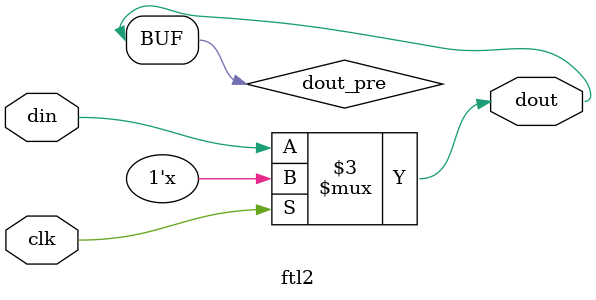
<source format=v>

`timescale 1ps/1ps


module ftl2(dout, clk, din);

parameter upper=0, lower=0; // default width of output
parameter width = upper - lower + 1;

output [upper:lower] dout;  // data out
input                clk;   // clock
input  [upper:lower] din;   // data in

reg    [upper:lower] dout_pre;
wire   [upper:lower] dout;


// avoid "non-blocking" assignments warning in conv'ed blocks
// @hdl ichecks_off 68
// leda SYN9_5 off
// leda W410 off
// leda FM_2_15 off
// XPROP_IF2 is the old name for the Leda rule. XPROP_IF2FFd is the new name for this particular violation. Keep both just to be able to use either leda version
// leda XPROP_IF2 off
// leda XPROP_IF2FFd off
//! latch
always @*
    if (~clk) 
        dout_pre[upper:lower] <= din[upper:lower];

assign dout[upper:lower] = dout_pre[upper:lower];

// leda SYN9_5 on
// leda W410 on
// leda FM_2_15 on
// leda XPROP_IF2FFd on
// leda XPROP_IF2 on
// @hdl ichecks_on

endmodule

// leda NTL_STR33 on


</source>
